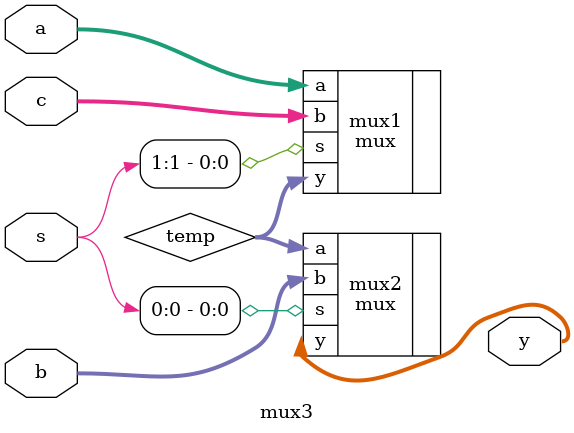
<source format=sv>
module mux3(
    // inputs
    input logic [31:0] a,
    input logic [31:0] b,
    input logic [31:0] c,
    input logic [1:0] s,

    // outputs
    output logic [31:0] y
);

    logic [31:0] temp;

    mux mux1(
        .a(a),
        .b(c),
        .s(s[1]),
        .y(temp)
    );

    mux mux2(
        .a(temp),
        .b(b),
        .s(s[0]),
        .y(y)
    );

endmodule
</source>
